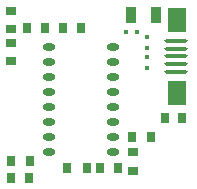
<source format=gbr>
%TF.GenerationSoftware,Altium Limited,Altium Designer,20.1.8 (145)*%
G04 Layer_Color=15254943*
%FSLAX45Y45*%
%MOMM*%
%TF.SameCoordinates,80F20431-A883-4DFF-BABD-8B1F2EDF33A6*%
%TF.FilePolarity,Positive*%
%TF.FileFunction,Paste,Bot*%
%TF.Part,Single*%
G01*
G75*
%TA.AperFunction,ConnectorPad*%
G04:AMPARAMS|DCode=16|XSize=2.1mm|YSize=1.6mm|CornerRadius=0.008mm|HoleSize=0mm|Usage=FLASHONLY|Rotation=270.000|XOffset=0mm|YOffset=0mm|HoleType=Round|Shape=RoundedRectangle|*
%AMROUNDEDRECTD16*
21,1,2.10000,1.58400,0,0,270.0*
21,1,2.08400,1.60000,0,0,270.0*
1,1,0.01600,-0.79200,-1.04200*
1,1,0.01600,-0.79200,1.04200*
1,1,0.01600,0.79200,1.04200*
1,1,0.01600,0.79200,-1.04200*
%
%ADD16ROUNDEDRECTD16*%
G04:AMPARAMS|DCode=17|XSize=0.35mm|YSize=2mm|CornerRadius=0.175mm|HoleSize=0mm|Usage=FLASHONLY|Rotation=270.000|XOffset=0mm|YOffset=0mm|HoleType=Round|Shape=RoundedRectangle|*
%AMROUNDEDRECTD17*
21,1,0.35000,1.65000,0,0,270.0*
21,1,0.00000,2.00000,0,0,270.0*
1,1,0.35000,-0.82500,0.00000*
1,1,0.35000,-0.82500,0.00000*
1,1,0.35000,0.82500,0.00000*
1,1,0.35000,0.82500,0.00000*
%
%ADD17ROUNDEDRECTD17*%
%TA.AperFunction,SMDPad,CuDef*%
G04:AMPARAMS|DCode=18|XSize=0.4mm|YSize=0.3mm|CornerRadius=0.0015mm|HoleSize=0mm|Usage=FLASHONLY|Rotation=270.000|XOffset=0mm|YOffset=0mm|HoleType=Round|Shape=RoundedRectangle|*
%AMROUNDEDRECTD18*
21,1,0.40000,0.29700,0,0,270.0*
21,1,0.39700,0.30000,0,0,270.0*
1,1,0.00300,-0.14850,-0.19850*
1,1,0.00300,-0.14850,0.19850*
1,1,0.00300,0.14850,0.19850*
1,1,0.00300,0.14850,-0.19850*
%
%ADD18ROUNDEDRECTD18*%
G04:AMPARAMS|DCode=19|XSize=0.85mm|YSize=1.4mm|CornerRadius=0.00425mm|HoleSize=0mm|Usage=FLASHONLY|Rotation=180.000|XOffset=0mm|YOffset=0mm|HoleType=Round|Shape=RoundedRectangle|*
%AMROUNDEDRECTD19*
21,1,0.85000,1.39150,0,0,180.0*
21,1,0.84150,1.40000,0,0,180.0*
1,1,0.00850,-0.42075,0.69575*
1,1,0.00850,0.42075,0.69575*
1,1,0.00850,0.42075,-0.69575*
1,1,0.00850,-0.42075,-0.69575*
%
%ADD19ROUNDEDRECTD19*%
G04:AMPARAMS|DCode=20|XSize=0.8mm|YSize=0.7mm|CornerRadius=0.0035mm|HoleSize=0mm|Usage=FLASHONLY|Rotation=180.000|XOffset=0mm|YOffset=0mm|HoleType=Round|Shape=RoundedRectangle|*
%AMROUNDEDRECTD20*
21,1,0.80000,0.69300,0,0,180.0*
21,1,0.79300,0.70000,0,0,180.0*
1,1,0.00700,-0.39650,0.34650*
1,1,0.00700,0.39650,0.34650*
1,1,0.00700,0.39650,-0.34650*
1,1,0.00700,-0.39650,-0.34650*
%
%ADD20ROUNDEDRECTD20*%
G04:AMPARAMS|DCode=21|XSize=0.85mm|YSize=0.75mm|CornerRadius=0.00375mm|HoleSize=0mm|Usage=FLASHONLY|Rotation=90.000|XOffset=0mm|YOffset=0mm|HoleType=Round|Shape=RoundedRectangle|*
%AMROUNDEDRECTD21*
21,1,0.85000,0.74250,0,0,90.0*
21,1,0.84250,0.75000,0,0,90.0*
1,1,0.00750,0.37125,0.42125*
1,1,0.00750,0.37125,-0.42125*
1,1,0.00750,-0.37125,-0.42125*
1,1,0.00750,-0.37125,0.42125*
%
%ADD21ROUNDEDRECTD21*%
G04:AMPARAMS|DCode=22|XSize=0.85mm|YSize=0.75mm|CornerRadius=0.00375mm|HoleSize=0mm|Usage=FLASHONLY|Rotation=0.000|XOffset=0mm|YOffset=0mm|HoleType=Round|Shape=RoundedRectangle|*
%AMROUNDEDRECTD22*
21,1,0.85000,0.74250,0,0,0.0*
21,1,0.84250,0.75000,0,0,0.0*
1,1,0.00750,0.42125,-0.37125*
1,1,0.00750,-0.42125,-0.37125*
1,1,0.00750,-0.42125,0.37125*
1,1,0.00750,0.42125,0.37125*
%
%ADD22ROUNDEDRECTD22*%
G04:AMPARAMS|DCode=23|XSize=0.8mm|YSize=0.7mm|CornerRadius=0.0035mm|HoleSize=0mm|Usage=FLASHONLY|Rotation=90.000|XOffset=0mm|YOffset=0mm|HoleType=Round|Shape=RoundedRectangle|*
%AMROUNDEDRECTD23*
21,1,0.80000,0.69300,0,0,90.0*
21,1,0.79300,0.70000,0,0,90.0*
1,1,0.00700,0.34650,0.39650*
1,1,0.00700,0.34650,-0.39650*
1,1,0.00700,-0.34650,-0.39650*
1,1,0.00700,-0.34650,0.39650*
%
%ADD23ROUNDEDRECTD23*%
%ADD24O,1.05000X0.60000*%
G04:AMPARAMS|DCode=25|XSize=0.4mm|YSize=0.3mm|CornerRadius=0.0015mm|HoleSize=0mm|Usage=FLASHONLY|Rotation=180.000|XOffset=0mm|YOffset=0mm|HoleType=Round|Shape=RoundedRectangle|*
%AMROUNDEDRECTD25*
21,1,0.40000,0.29700,0,0,180.0*
21,1,0.39700,0.30000,0,0,180.0*
1,1,0.00300,-0.19850,0.14850*
1,1,0.00300,0.19850,0.14850*
1,1,0.00300,0.19850,-0.14850*
1,1,0.00300,-0.19850,-0.14850*
%
%ADD25ROUNDEDRECTD25*%
D16*
X1493800Y822000D02*
D03*
Y1442000D02*
D03*
D17*
X1486300Y1002000D02*
D03*
Y1067000D02*
D03*
Y1132000D02*
D03*
Y1262000D02*
D03*
Y1197000D02*
D03*
D18*
X1155529Y1342481D02*
D03*
X1065529D02*
D03*
D19*
X1103440Y1481440D02*
D03*
X1313440D02*
D03*
D20*
X91440Y1515340D02*
D03*
Y1365340D02*
D03*
D21*
X1271443Y449079D02*
D03*
X1116444D02*
D03*
X246219Y243840D02*
D03*
X91220D02*
D03*
X220982Y1371725D02*
D03*
X375982D02*
D03*
D22*
X1120626Y165040D02*
D03*
Y320040D02*
D03*
X91440Y1089600D02*
D03*
Y1244600D02*
D03*
D23*
X995580Y190593D02*
D03*
X845580D02*
D03*
X563980Y185377D02*
D03*
X728980D02*
D03*
X241220Y100900D02*
D03*
X91220D02*
D03*
X678087Y1371725D02*
D03*
X528087D02*
D03*
X1539240Y614680D02*
D03*
X1389240D02*
D03*
D24*
X948180Y1209040D02*
D03*
Y1082040D02*
D03*
Y955040D02*
D03*
Y828040D02*
D03*
Y701040D02*
D03*
Y574040D02*
D03*
Y447040D02*
D03*
Y320040D02*
D03*
X408180Y1209040D02*
D03*
Y1082040D02*
D03*
Y955040D02*
D03*
Y828040D02*
D03*
Y701040D02*
D03*
Y574040D02*
D03*
Y447040D02*
D03*
Y320040D02*
D03*
D25*
X1236980Y1035220D02*
D03*
Y1125220D02*
D03*
Y1294525D02*
D03*
Y1204525D02*
D03*
%TF.MD5,87ea1061ff892950770168127e52c56a*%
M02*

</source>
